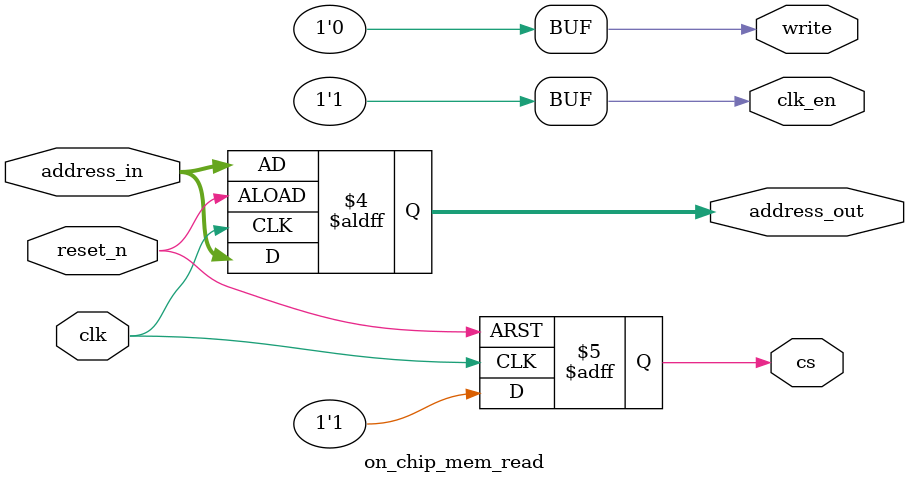
<source format=sv>
module on_chip_mem_read(
	
	input logic clk,
	
	input logic reset_n,
	
	input logic [16:0] address_in,
	
	output logic [16:0] address_out,
	
	output logic clk_en,
	
	output logic cs,
	
	output logic write
	
);

	always_comb
		begin
			clk_en = 1'b1;
			write = 1'b0;
		end

	always_ff@(posedge clk , negedge reset_n)
		begin
		

					
			if(~reset_n)
				begin
					address_out <= address_in;
					cs <= 1'b0;

				end
			else
				begin
					address_out <= address_in;				
					cs <= 1'b1;
	
				end
		end
		
	
endmodule 

</source>
